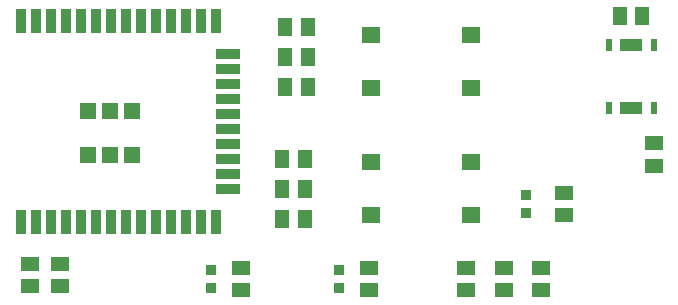
<source format=gbr>
G04 EAGLE Gerber RS-274X export*
G75*
%MOMM*%
%FSLAX34Y34*%
%LPD*%
%INSolderpaste Top*%
%IPPOS*%
%AMOC8*
5,1,8,0,0,1.08239X$1,22.5*%
G01*
%ADD10R,1.300000X1.500000*%
%ADD11R,1.500000X1.300000*%
%ADD12R,0.600000X1.050000*%
%ADD13R,1.870000X1.050000*%
%ADD14R,0.950000X0.950000*%
%ADD15R,1.600000X1.400000*%
%ADD16R,0.900000X2.000000*%
%ADD17R,2.000000X0.900000*%
%ADD18R,1.330000X1.330000*%


D10*
X523900Y260350D03*
X542900Y260350D03*
D11*
X552450Y153010D03*
X552450Y134010D03*
D12*
X514350Y182800D03*
D13*
X533400Y182800D03*
D12*
X552450Y182800D03*
X552450Y236300D03*
D13*
X533400Y236300D03*
D12*
X514350Y236300D03*
D14*
X444500Y94100D03*
X444500Y109100D03*
D10*
X257150Y139700D03*
X238150Y139700D03*
X259690Y200660D03*
X240690Y200660D03*
D11*
X457200Y28600D03*
X457200Y47600D03*
D15*
X313600Y91800D03*
X397600Y91800D03*
X313600Y136800D03*
X397600Y136800D03*
X313600Y199750D03*
X397600Y199750D03*
X313600Y244750D03*
X397600Y244750D03*
D16*
X17250Y86450D03*
X29950Y86450D03*
X42650Y86450D03*
X55350Y86450D03*
X68050Y86450D03*
X80750Y86450D03*
X93450Y86450D03*
X106150Y86450D03*
X118850Y86450D03*
X131550Y86450D03*
X144250Y86450D03*
X156950Y86450D03*
X169650Y86450D03*
X182350Y86450D03*
D17*
X192350Y114300D03*
X192350Y127000D03*
X192350Y139700D03*
X192350Y152400D03*
X192350Y165100D03*
X192350Y177800D03*
X192350Y190500D03*
X192350Y203200D03*
X192350Y215900D03*
X192350Y228600D03*
D16*
X182350Y256450D03*
X169650Y256450D03*
X156950Y256450D03*
X144250Y256450D03*
X131550Y256450D03*
X118850Y256450D03*
X106150Y256450D03*
X93450Y256450D03*
X80750Y256450D03*
X68050Y256450D03*
X55350Y256450D03*
X42650Y256450D03*
X29950Y256450D03*
X17250Y256450D03*
D18*
X73900Y143100D03*
X73900Y179800D03*
X92250Y143100D03*
X92250Y179800D03*
X110600Y143100D03*
X110600Y179800D03*
D14*
X177800Y45600D03*
X177800Y30600D03*
X285750Y30600D03*
X285750Y45600D03*
D11*
X203200Y28600D03*
X203200Y47600D03*
X311150Y47600D03*
X311150Y28600D03*
D10*
X238150Y88900D03*
X257150Y88900D03*
X257150Y114300D03*
X238150Y114300D03*
X240690Y251460D03*
X259690Y251460D03*
X259690Y226060D03*
X240690Y226060D03*
D11*
X393700Y47600D03*
X393700Y28600D03*
X425450Y28600D03*
X425450Y47600D03*
X24384Y50648D03*
X24384Y31648D03*
X49784Y50648D03*
X49784Y31648D03*
X476250Y111100D03*
X476250Y92100D03*
M02*

</source>
